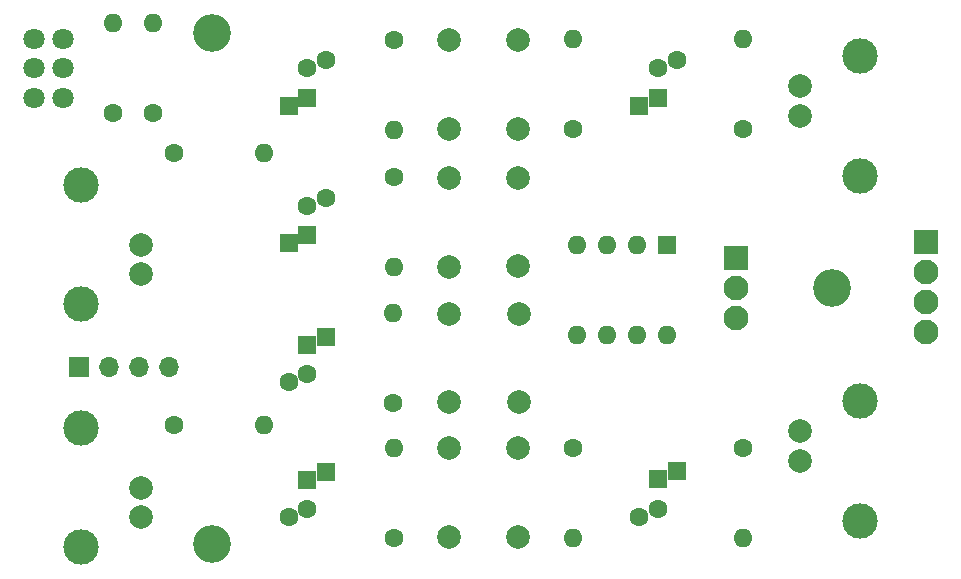
<source format=gbr>
%TF.GenerationSoftware,KiCad,Pcbnew,(6.0.0)*%
%TF.CreationDate,2022-08-03T23:03:17+01:00*%
%TF.ProjectId,Lynx Phono,4c796e78-2050-4686-9f6e-6f2e6b696361,rev?*%
%TF.SameCoordinates,Original*%
%TF.FileFunction,Soldermask,Top*%
%TF.FilePolarity,Negative*%
%FSLAX46Y46*%
G04 Gerber Fmt 4.6, Leading zero omitted, Abs format (unit mm)*
G04 Created by KiCad (PCBNEW (6.0.0)) date 2022-08-03 23:03:17*
%MOMM*%
%LPD*%
G01*
G04 APERTURE LIST*
%ADD10C,1.800000*%
%ADD11R,1.600000X1.600000*%
%ADD12C,1.600000*%
%ADD13O,1.600000X1.600000*%
%ADD14C,2.000000*%
%ADD15C,3.000000*%
%ADD16C,3.200000*%
%ADD17R,2.100000X2.100000*%
%ADD18C,2.100000*%
%ADD19R,1.700000X1.700000*%
%ADD20O,1.700000X1.700000*%
G04 APERTURE END LIST*
D10*
%TO.C,RV1*%
X23947993Y-65245000D03*
X23947993Y-67745000D03*
X23947993Y-70245000D03*
X26447993Y-65245000D03*
X26447993Y-67745000D03*
X26447993Y-70245000D03*
%TD*%
D11*
%TO.C,C13*%
X76830000Y-102557324D03*
X78430000Y-101886387D03*
D12*
X75230000Y-105728261D03*
X76830000Y-105057324D03*
%TD*%
%TO.C,R6*%
X54424788Y-96091269D03*
D13*
X54424788Y-88471269D03*
%TD*%
D14*
%TO.C,RCA 4LEG*%
X33037057Y-82683592D03*
D15*
X27937057Y-77633592D03*
X27937057Y-87733592D03*
D14*
X33037057Y-85183592D03*
%TD*%
D11*
%TO.C,C3*%
X45544929Y-70933615D03*
X47144929Y-70262678D03*
D12*
X48744929Y-67091741D03*
X47144929Y-67762678D03*
%TD*%
D16*
%TO.C,REF\u002A\u002A*%
X91510928Y-86320000D03*
%TD*%
D11*
%TO.C,C12*%
X76830000Y-70241881D03*
X75230000Y-70912818D03*
D12*
X76830000Y-67741881D03*
X78430000Y-67070944D03*
%TD*%
%TO.C,R11*%
X84040000Y-72934204D03*
D13*
X84040000Y-65314204D03*
%TD*%
D11*
%TO.C,C1*%
X45544929Y-82583615D03*
X47144929Y-81912678D03*
D12*
X48744929Y-78741741D03*
X47144929Y-79412678D03*
%TD*%
D14*
%TO.C,C6*%
X59122464Y-84545001D03*
X59122464Y-77045001D03*
%TD*%
D12*
%TO.C,R1*%
X30687525Y-71555000D03*
D13*
X30687525Y-63935000D03*
%TD*%
D17*
%TO.C,J3*%
X99488414Y-82500000D03*
D18*
X99488414Y-85040000D03*
X99488414Y-87580000D03*
X99488414Y-90120000D03*
%TD*%
D12*
%TO.C,R2*%
X34077057Y-71555000D03*
D13*
X34077057Y-63935000D03*
%TD*%
D12*
%TO.C,R12*%
X84040000Y-99865001D03*
D13*
X84040000Y-107485001D03*
%TD*%
D12*
%TO.C,R3*%
X35860000Y-74970001D03*
D13*
X43480000Y-74970001D03*
%TD*%
D11*
%TO.C,C2*%
X48744929Y-90492655D03*
X47144929Y-91163592D03*
D12*
X45544929Y-94334529D03*
X47144929Y-93663592D03*
%TD*%
%TO.C,R4*%
X35860000Y-97988533D03*
D13*
X43480000Y-97988533D03*
%TD*%
D19*
%TO.C,J2*%
X27823971Y-93031796D03*
D20*
X30363971Y-93031796D03*
X32903971Y-93031796D03*
X35443971Y-93031796D03*
%TD*%
D14*
%TO.C,C11*%
X64970000Y-107425001D03*
X64970000Y-99925001D03*
%TD*%
D12*
%TO.C,R7*%
X54449858Y-65335001D03*
D13*
X54449858Y-72955001D03*
%TD*%
D12*
%TO.C,R10*%
X69620000Y-99865001D03*
D13*
X69620000Y-107485001D03*
%TD*%
D16*
%TO.C,REF\u002A\u002A*%
X39070000Y-64808763D03*
%TD*%
D14*
%TO.C,C8*%
X59122464Y-72895001D03*
X59122464Y-65395001D03*
%TD*%
%TO.C,RCA 4LEG*%
X88845000Y-101000001D03*
X88845000Y-98500001D03*
D15*
X93945000Y-106050001D03*
X93945000Y-95950001D03*
%TD*%
D14*
%TO.C,C10*%
X64970000Y-65374204D03*
X64970000Y-72874204D03*
%TD*%
%TO.C,RCA 4LEG*%
X88845000Y-71799204D03*
D15*
X93945000Y-76849204D03*
X93945000Y-66749204D03*
D14*
X88845000Y-69299204D03*
%TD*%
%TO.C,C5*%
X64970000Y-77024204D03*
X64970000Y-84524204D03*
%TD*%
%TO.C,C14*%
X65020000Y-96031269D03*
X65020000Y-88531269D03*
%TD*%
%TO.C,C9*%
X59122464Y-99945798D03*
X59122464Y-107445798D03*
%TD*%
D16*
%TO.C,REF\u002A\u002A*%
X39070000Y-108058725D03*
%TD*%
D14*
%TO.C,RCA 4LEG*%
X33037057Y-103280000D03*
D15*
X27937057Y-98230000D03*
D14*
X33037057Y-105780000D03*
D15*
X27937057Y-108330000D03*
%TD*%
D17*
%TO.C,J1*%
X83420000Y-83815001D03*
D18*
X83420000Y-86355001D03*
X83420000Y-88895001D03*
%TD*%
D14*
%TO.C,C7*%
X59097394Y-96031269D03*
X59097394Y-88531269D03*
%TD*%
D12*
%TO.C,R9*%
X69620000Y-72934204D03*
D13*
X69620000Y-65314204D03*
%TD*%
D12*
%TO.C,R8*%
X54449858Y-107505798D03*
D13*
X54449858Y-99885798D03*
%TD*%
D11*
%TO.C,C4*%
X48744929Y-101907184D03*
X47144929Y-102578121D03*
D12*
X45544929Y-105749058D03*
X47144929Y-105078121D03*
%TD*%
%TO.C,R5*%
X54449858Y-76985001D03*
D13*
X54449858Y-84605001D03*
%TD*%
D11*
%TO.C,U1*%
X77560000Y-82695001D03*
D13*
X75020000Y-82695001D03*
X72480000Y-82695001D03*
X69940000Y-82695001D03*
X69940000Y-90315001D03*
X72480000Y-90315001D03*
X75020000Y-90315001D03*
X77560000Y-90315001D03*
%TD*%
M02*

</source>
